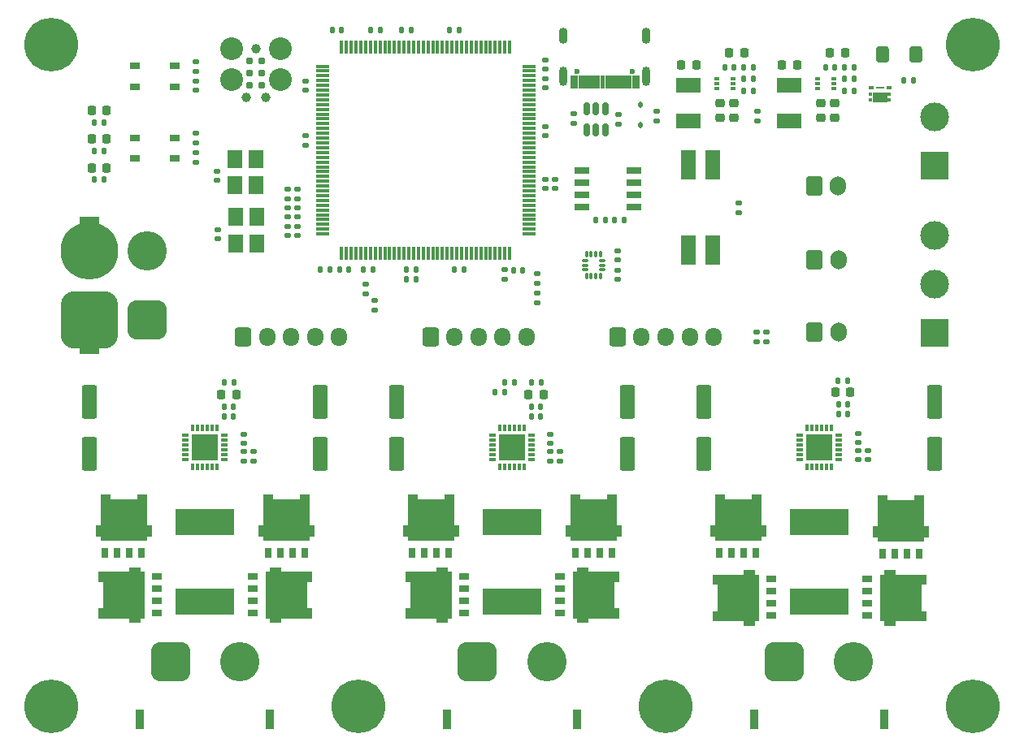
<source format=gbr>
%TF.GenerationSoftware,KiCad,Pcbnew,7.0.1*%
%TF.CreationDate,2023-07-17T00:52:35+01:00*%
%TF.ProjectId,Motor Driver Board,4d6f746f-7220-4447-9269-76657220426f,rev?*%
%TF.SameCoordinates,Original*%
%TF.FileFunction,Soldermask,Top*%
%TF.FilePolarity,Negative*%
%FSLAX46Y46*%
G04 Gerber Fmt 4.6, Leading zero omitted, Abs format (unit mm)*
G04 Created by KiCad (PCBNEW 7.0.1) date 2023-07-17 00:52:35*
%MOMM*%
%LPD*%
G01*
G04 APERTURE LIST*
G04 Aperture macros list*
%AMRoundRect*
0 Rectangle with rounded corners*
0 $1 Rounding radius*
0 $2 $3 $4 $5 $6 $7 $8 $9 X,Y pos of 4 corners*
0 Add a 4 corners polygon primitive as box body*
4,1,4,$2,$3,$4,$5,$6,$7,$8,$9,$2,$3,0*
0 Add four circle primitives for the rounded corners*
1,1,$1+$1,$2,$3*
1,1,$1+$1,$4,$5*
1,1,$1+$1,$6,$7*
1,1,$1+$1,$8,$9*
0 Add four rect primitives between the rounded corners*
20,1,$1+$1,$2,$3,$4,$5,0*
20,1,$1+$1,$4,$5,$6,$7,0*
20,1,$1+$1,$6,$7,$8,$9,0*
20,1,$1+$1,$8,$9,$2,$3,0*%
G04 Aperture macros list end*
%ADD10C,0.010000*%
%ADD11RoundRect,0.140000X-0.170000X0.140000X-0.170000X-0.140000X0.170000X-0.140000X0.170000X0.140000X0*%
%ADD12RoundRect,0.140000X0.170000X-0.140000X0.170000X0.140000X-0.170000X0.140000X-0.170000X-0.140000X0*%
%ADD13RoundRect,0.135000X-0.185000X0.135000X-0.185000X-0.135000X0.185000X-0.135000X0.185000X0.135000X0*%
%ADD14RoundRect,0.140000X0.140000X0.170000X-0.140000X0.170000X-0.140000X-0.170000X0.140000X-0.170000X0*%
%ADD15R,6.200000X2.700000*%
%ADD16RoundRect,0.250000X0.550000X-1.500000X0.550000X1.500000X-0.550000X1.500000X-0.550000X-1.500000X0*%
%ADD17RoundRect,0.250000X-0.600000X-0.750000X0.600000X-0.750000X0.600000X0.750000X-0.600000X0.750000X0*%
%ADD18O,1.700000X2.000000*%
%ADD19RoundRect,0.250000X-0.600000X-0.725000X0.600000X-0.725000X0.600000X0.725000X-0.600000X0.725000X0*%
%ADD20O,1.700000X1.950000*%
%ADD21C,5.600000*%
%ADD22RoundRect,0.135000X-0.135000X-0.185000X0.135000X-0.185000X0.135000X0.185000X-0.135000X0.185000X0*%
%ADD23RoundRect,0.218750X0.218750X0.256250X-0.218750X0.256250X-0.218750X-0.256250X0.218750X-0.256250X0*%
%ADD24RoundRect,0.135000X0.135000X0.185000X-0.135000X0.185000X-0.135000X-0.185000X0.135000X-0.185000X0*%
%ADD25R,1.050000X0.650000*%
%ADD26R,1.000000X0.750000*%
%ADD27R,2.500000X1.500000*%
%ADD28RoundRect,0.135000X0.185000X-0.135000X0.185000X0.135000X-0.185000X0.135000X-0.185000X-0.135000X0*%
%ADD29R,3.000000X3.000000*%
%ADD30C,3.000000*%
%ADD31R,0.750000X1.000000*%
%ADD32RoundRect,0.140000X-0.140000X-0.170000X0.140000X-0.170000X0.140000X0.170000X-0.140000X0.170000X0*%
%ADD33RoundRect,1.025000X1.025000X1.025000X-1.025000X1.025000X-1.025000X-1.025000X1.025000X-1.025000X0*%
%ADD34C,4.100000*%
%ADD35R,0.900000X2.000000*%
%ADD36C,0.600000*%
%ADD37O,0.900000X2.000000*%
%ADD38O,0.900000X1.700000*%
%ADD39R,0.800000X0.300000*%
%ADD40R,0.300000X0.800000*%
%ADD41R,2.800000X2.800000*%
%ADD42RoundRect,0.112500X-0.112500X0.187500X-0.112500X-0.187500X0.112500X-0.187500X0.112500X0.187500X0*%
%ADD43RoundRect,0.087500X0.087500X-0.225000X0.087500X0.225000X-0.087500X0.225000X-0.087500X-0.225000X0*%
%ADD44RoundRect,0.087500X0.225000X-0.087500X0.225000X0.087500X-0.225000X0.087500X-0.225000X-0.087500X0*%
%ADD45RoundRect,0.225000X0.250000X-0.225000X0.250000X0.225000X-0.250000X0.225000X-0.250000X-0.225000X0*%
%ADD46RoundRect,0.218750X-0.218750X-0.256250X0.218750X-0.256250X0.218750X0.256250X-0.218750X0.256250X0*%
%ADD47R,0.475000X0.300000*%
%ADD48RoundRect,1.025000X1.025000X-1.025000X1.025000X1.025000X-1.025000X1.025000X-1.025000X-1.025000X0*%
%ADD49R,2.000000X0.900000*%
%ADD50RoundRect,0.225000X-0.225000X-0.250000X0.225000X-0.250000X0.225000X0.250000X-0.225000X0.250000X0*%
%ADD51RoundRect,1.500000X1.500000X-1.500000X1.500000X1.500000X-1.500000X1.500000X-1.500000X-1.500000X0*%
%ADD52C,6.000000*%
%ADD53RoundRect,0.150000X0.150000X-0.512500X0.150000X0.512500X-0.150000X0.512500X-0.150000X-0.512500X0*%
%ADD54R,1.650000X1.950000*%
%ADD55R,0.350000X0.400000*%
%ADD56R,0.500000X0.400000*%
%ADD57R,0.920000X0.285000*%
%ADD58R,1.600000X1.050000*%
%ADD59R,1.600000X3.100000*%
%ADD60C,2.374900*%
%ADD61C,0.990600*%
%ADD62C,0.787400*%
%ADD63RoundRect,0.250000X-0.400000X-0.600000X0.400000X-0.600000X0.400000X0.600000X-0.400000X0.600000X0*%
%ADD64R,1.500000X0.650000*%
%ADD65R,1.475000X0.300000*%
%ADD66R,0.300000X1.475000*%
G04 APERTURE END LIST*
%TO.C,T402*%
D10*
X190895000Y-118255000D02*
X194095000Y-118255000D01*
X194095000Y-119205000D01*
X193620000Y-119205000D01*
X193620000Y-122065000D01*
X194095000Y-122065000D01*
X194095000Y-123015000D01*
X190895000Y-123015000D01*
X190895000Y-123510000D01*
X189790000Y-123510000D01*
X189790000Y-123015000D01*
X189365000Y-123015000D01*
X189365000Y-118255000D01*
X189790000Y-118255000D01*
X189790000Y-117760000D01*
X190895000Y-117760000D01*
X190895000Y-118255000D01*
G36*
X190895000Y-118255000D02*
G01*
X194095000Y-118255000D01*
X194095000Y-119205000D01*
X193620000Y-119205000D01*
X193620000Y-122065000D01*
X194095000Y-122065000D01*
X194095000Y-123015000D01*
X190895000Y-123015000D01*
X190895000Y-123510000D01*
X189790000Y-123510000D01*
X189790000Y-123015000D01*
X189365000Y-123015000D01*
X189365000Y-118255000D01*
X189790000Y-118255000D01*
X189790000Y-117760000D01*
X190895000Y-117760000D01*
X190895000Y-118255000D01*
G37*
%TO.C,T401*%
X190055000Y-110492500D02*
X192915000Y-110492500D01*
X192915000Y-110017500D01*
X193865000Y-110017500D01*
X193865000Y-113217500D01*
X194360000Y-113217500D01*
X194360000Y-114322500D01*
X193865000Y-114322500D01*
X193865000Y-114747500D01*
X189105000Y-114747500D01*
X189105000Y-114322500D01*
X188610000Y-114322500D01*
X188610000Y-113217500D01*
X189105000Y-113217500D01*
X189105000Y-110017500D01*
X190055000Y-110017500D01*
X190055000Y-110492500D01*
G36*
X190055000Y-110492500D02*
G01*
X192915000Y-110492500D01*
X192915000Y-110017500D01*
X193865000Y-110017500D01*
X193865000Y-113217500D01*
X194360000Y-113217500D01*
X194360000Y-114322500D01*
X193865000Y-114322500D01*
X193865000Y-114747500D01*
X189105000Y-114747500D01*
X189105000Y-114322500D01*
X188610000Y-114322500D01*
X188610000Y-113217500D01*
X189105000Y-113217500D01*
X189105000Y-110017500D01*
X190055000Y-110017500D01*
X190055000Y-110492500D01*
G37*
%TO.C,T404*%
X173085000Y-110380000D02*
X175945000Y-110380000D01*
X175945000Y-109905000D01*
X176895000Y-109905000D01*
X176895000Y-113105000D01*
X177390000Y-113105000D01*
X177390000Y-114210000D01*
X176895000Y-114210000D01*
X176895000Y-114635000D01*
X172135000Y-114635000D01*
X172135000Y-114210000D01*
X171640000Y-114210000D01*
X171640000Y-113105000D01*
X172135000Y-113105000D01*
X172135000Y-109905000D01*
X173085000Y-109905000D01*
X173085000Y-110380000D01*
G36*
X173085000Y-110380000D02*
G01*
X175945000Y-110380000D01*
X175945000Y-109905000D01*
X176895000Y-109905000D01*
X176895000Y-113105000D01*
X177390000Y-113105000D01*
X177390000Y-114210000D01*
X176895000Y-114210000D01*
X176895000Y-114635000D01*
X172135000Y-114635000D01*
X172135000Y-114210000D01*
X171640000Y-114210000D01*
X171640000Y-113105000D01*
X172135000Y-113105000D01*
X172135000Y-109905000D01*
X173085000Y-109905000D01*
X173085000Y-110380000D01*
G37*
%TO.C,T406*%
X126895000Y-117985000D02*
X130095000Y-117985000D01*
X130095000Y-118935000D01*
X129620000Y-118935000D01*
X129620000Y-121795000D01*
X130095000Y-121795000D01*
X130095000Y-122745000D01*
X126895000Y-122745000D01*
X126895000Y-123240000D01*
X125790000Y-123240000D01*
X125790000Y-122745000D01*
X125365000Y-122745000D01*
X125365000Y-117985000D01*
X125790000Y-117985000D01*
X125790000Y-117490000D01*
X126895000Y-117490000D01*
X126895000Y-117985000D01*
G36*
X126895000Y-117985000D02*
G01*
X130095000Y-117985000D01*
X130095000Y-118935000D01*
X129620000Y-118935000D01*
X129620000Y-121795000D01*
X130095000Y-121795000D01*
X130095000Y-122745000D01*
X126895000Y-122745000D01*
X126895000Y-123240000D01*
X125790000Y-123240000D01*
X125790000Y-122745000D01*
X125365000Y-122745000D01*
X125365000Y-117985000D01*
X125790000Y-117985000D01*
X125790000Y-117490000D01*
X126895000Y-117490000D01*
X126895000Y-117985000D01*
G37*
%TO.C,J303*%
X164200000Y-67470000D02*
X163500000Y-67470000D01*
X163500000Y-66230000D01*
X164200000Y-66230000D01*
X164200000Y-67470000D01*
G36*
X164200000Y-67470000D02*
G01*
X163500000Y-67470000D01*
X163500000Y-66230000D01*
X164200000Y-66230000D01*
X164200000Y-67470000D01*
G37*
X163400000Y-67470000D02*
X162700000Y-67470000D01*
X162700000Y-66230000D01*
X163400000Y-66230000D01*
X163400000Y-67470000D01*
G36*
X163400000Y-67470000D02*
G01*
X162700000Y-67470000D01*
X162700000Y-66230000D01*
X163400000Y-66230000D01*
X163400000Y-67470000D01*
G37*
X162600000Y-67470000D02*
X162200000Y-67470000D01*
X162200000Y-66230000D01*
X162600000Y-66230000D01*
X162600000Y-67470000D01*
G36*
X162600000Y-67470000D02*
G01*
X162200000Y-67470000D01*
X162200000Y-66230000D01*
X162600000Y-66230000D01*
X162600000Y-67470000D01*
G37*
X162100000Y-67470000D02*
X161700000Y-67470000D01*
X161700000Y-66230000D01*
X162100000Y-66230000D01*
X162100000Y-67470000D01*
G36*
X162100000Y-67470000D02*
G01*
X161700000Y-67470000D01*
X161700000Y-66230000D01*
X162100000Y-66230000D01*
X162100000Y-67470000D01*
G37*
X161600000Y-67470000D02*
X161200000Y-67470000D01*
X161200000Y-66230000D01*
X161600000Y-66230000D01*
X161600000Y-67470000D01*
G36*
X161600000Y-67470000D02*
G01*
X161200000Y-67470000D01*
X161200000Y-66230000D01*
X161600000Y-66230000D01*
X161600000Y-67470000D01*
G37*
X161100000Y-67470000D02*
X160700000Y-67470000D01*
X160700000Y-66230000D01*
X161100000Y-66230000D01*
X161100000Y-67470000D01*
G36*
X161100000Y-67470000D02*
G01*
X160700000Y-67470000D01*
X160700000Y-66230000D01*
X161100000Y-66230000D01*
X161100000Y-67470000D01*
G37*
X160600000Y-67470000D02*
X160200000Y-67470000D01*
X160200000Y-66230000D01*
X160600000Y-66230000D01*
X160600000Y-67470000D01*
G36*
X160600000Y-67470000D02*
G01*
X160200000Y-67470000D01*
X160200000Y-66230000D01*
X160600000Y-66230000D01*
X160600000Y-67470000D01*
G37*
X160100000Y-67470000D02*
X159700000Y-67470000D01*
X159700000Y-66230000D01*
X160100000Y-66230000D01*
X160100000Y-67470000D01*
G36*
X160100000Y-67470000D02*
G01*
X159700000Y-67470000D01*
X159700000Y-66230000D01*
X160100000Y-66230000D01*
X160100000Y-67470000D01*
G37*
X159600000Y-67470000D02*
X159200000Y-67470000D01*
X159200000Y-66230000D01*
X159600000Y-66230000D01*
X159600000Y-67470000D01*
G36*
X159600000Y-67470000D02*
G01*
X159200000Y-67470000D01*
X159200000Y-66230000D01*
X159600000Y-66230000D01*
X159600000Y-67470000D01*
G37*
X159100000Y-67470000D02*
X158700000Y-67470000D01*
X158700000Y-66230000D01*
X159100000Y-66230000D01*
X159100000Y-67470000D01*
G36*
X159100000Y-67470000D02*
G01*
X158700000Y-67470000D01*
X158700000Y-66230000D01*
X159100000Y-66230000D01*
X159100000Y-67470000D01*
G37*
X158600000Y-67470000D02*
X157900000Y-67470000D01*
X157900000Y-66230000D01*
X158600000Y-66230000D01*
X158600000Y-67470000D01*
G36*
X158600000Y-67470000D02*
G01*
X157900000Y-67470000D01*
X157900000Y-66230000D01*
X158600000Y-66230000D01*
X158600000Y-67470000D01*
G37*
X157800000Y-67470000D02*
X157100000Y-67470000D01*
X157100000Y-66230000D01*
X157800000Y-66230000D01*
X157800000Y-67470000D01*
G36*
X157800000Y-67470000D02*
G01*
X157100000Y-67470000D01*
X157100000Y-66230000D01*
X157800000Y-66230000D01*
X157800000Y-67470000D01*
G37*
%TO.C,T403*%
X176210000Y-118255000D02*
X176635000Y-118255000D01*
X176635000Y-123015000D01*
X176210000Y-123015000D01*
X176210000Y-123510000D01*
X175105000Y-123510000D01*
X175105000Y-123015000D01*
X171905000Y-123015000D01*
X171905000Y-122065000D01*
X172380000Y-122065000D01*
X172380000Y-119205000D01*
X171905000Y-119205000D01*
X171905000Y-118255000D01*
X175105000Y-118255000D01*
X175105000Y-117760000D01*
X176210000Y-117760000D01*
X176210000Y-118255000D01*
G36*
X176210000Y-118255000D02*
G01*
X176635000Y-118255000D01*
X176635000Y-123015000D01*
X176210000Y-123015000D01*
X176210000Y-123510000D01*
X175105000Y-123510000D01*
X175105000Y-123015000D01*
X171905000Y-123015000D01*
X171905000Y-122065000D01*
X172380000Y-122065000D01*
X172380000Y-119205000D01*
X171905000Y-119205000D01*
X171905000Y-118255000D01*
X175105000Y-118255000D01*
X175105000Y-117760000D01*
X176210000Y-117760000D01*
X176210000Y-118255000D01*
G37*
%TO.C,T411*%
X144210000Y-117985000D02*
X144635000Y-117985000D01*
X144635000Y-122745000D01*
X144210000Y-122745000D01*
X144210000Y-123240000D01*
X143105000Y-123240000D01*
X143105000Y-122745000D01*
X139905000Y-122745000D01*
X139905000Y-121795000D01*
X140380000Y-121795000D01*
X140380000Y-118935000D01*
X139905000Y-118935000D01*
X139905000Y-117985000D01*
X143105000Y-117985000D01*
X143105000Y-117490000D01*
X144210000Y-117490000D01*
X144210000Y-117985000D01*
G36*
X144210000Y-117985000D02*
G01*
X144635000Y-117985000D01*
X144635000Y-122745000D01*
X144210000Y-122745000D01*
X144210000Y-123240000D01*
X143105000Y-123240000D01*
X143105000Y-122745000D01*
X139905000Y-122745000D01*
X139905000Y-121795000D01*
X140380000Y-121795000D01*
X140380000Y-118935000D01*
X139905000Y-118935000D01*
X139905000Y-117985000D01*
X143105000Y-117985000D01*
X143105000Y-117490000D01*
X144210000Y-117490000D01*
X144210000Y-117985000D01*
G37*
%TO.C,T408*%
X109085000Y-110380000D02*
X111945000Y-110380000D01*
X111945000Y-109905000D01*
X112895000Y-109905000D01*
X112895000Y-113105000D01*
X113390000Y-113105000D01*
X113390000Y-114210000D01*
X112895000Y-114210000D01*
X112895000Y-114635000D01*
X108135000Y-114635000D01*
X108135000Y-114210000D01*
X107640000Y-114210000D01*
X107640000Y-113105000D01*
X108135000Y-113105000D01*
X108135000Y-109905000D01*
X109085000Y-109905000D01*
X109085000Y-110380000D01*
G36*
X109085000Y-110380000D02*
G01*
X111945000Y-110380000D01*
X111945000Y-109905000D01*
X112895000Y-109905000D01*
X112895000Y-113105000D01*
X113390000Y-113105000D01*
X113390000Y-114210000D01*
X112895000Y-114210000D01*
X112895000Y-114635000D01*
X108135000Y-114635000D01*
X108135000Y-114210000D01*
X107640000Y-114210000D01*
X107640000Y-113105000D01*
X108135000Y-113105000D01*
X108135000Y-109905000D01*
X109085000Y-109905000D01*
X109085000Y-110380000D01*
G37*
%TO.C,T412*%
X141095000Y-110380000D02*
X143955000Y-110380000D01*
X143955000Y-109905000D01*
X144905000Y-109905000D01*
X144905000Y-113105000D01*
X145400000Y-113105000D01*
X145400000Y-114210000D01*
X144905000Y-114210000D01*
X144905000Y-114635000D01*
X140145000Y-114635000D01*
X140145000Y-114210000D01*
X139650000Y-114210000D01*
X139650000Y-113105000D01*
X140145000Y-113105000D01*
X140145000Y-109905000D01*
X141095000Y-109905000D01*
X141095000Y-110380000D01*
G36*
X141095000Y-110380000D02*
G01*
X143955000Y-110380000D01*
X143955000Y-109905000D01*
X144905000Y-109905000D01*
X144905000Y-113105000D01*
X145400000Y-113105000D01*
X145400000Y-114210000D01*
X144905000Y-114210000D01*
X144905000Y-114635000D01*
X140145000Y-114635000D01*
X140145000Y-114210000D01*
X139650000Y-114210000D01*
X139650000Y-113105000D01*
X140145000Y-113105000D01*
X140145000Y-109905000D01*
X141095000Y-109905000D01*
X141095000Y-110380000D01*
G37*
%TO.C,T407*%
X112210000Y-117985000D02*
X112635000Y-117985000D01*
X112635000Y-122745000D01*
X112210000Y-122745000D01*
X112210000Y-123240000D01*
X111105000Y-123240000D01*
X111105000Y-122745000D01*
X107905000Y-122745000D01*
X107905000Y-121795000D01*
X108380000Y-121795000D01*
X108380000Y-118935000D01*
X107905000Y-118935000D01*
X107905000Y-117985000D01*
X111105000Y-117985000D01*
X111105000Y-117490000D01*
X112210000Y-117490000D01*
X112210000Y-117985000D01*
G36*
X112210000Y-117985000D02*
G01*
X112635000Y-117985000D01*
X112635000Y-122745000D01*
X112210000Y-122745000D01*
X112210000Y-123240000D01*
X111105000Y-123240000D01*
X111105000Y-122745000D01*
X107905000Y-122745000D01*
X107905000Y-121795000D01*
X108380000Y-121795000D01*
X108380000Y-118935000D01*
X107905000Y-118935000D01*
X107905000Y-117985000D01*
X111105000Y-117985000D01*
X111105000Y-117490000D01*
X112210000Y-117490000D01*
X112210000Y-117985000D01*
G37*
%TO.C,T410*%
X158895000Y-117985000D02*
X162095000Y-117985000D01*
X162095000Y-118935000D01*
X161620000Y-118935000D01*
X161620000Y-121795000D01*
X162095000Y-121795000D01*
X162095000Y-122745000D01*
X158895000Y-122745000D01*
X158895000Y-123240000D01*
X157790000Y-123240000D01*
X157790000Y-122745000D01*
X157365000Y-122745000D01*
X157365000Y-117985000D01*
X157790000Y-117985000D01*
X157790000Y-117490000D01*
X158895000Y-117490000D01*
X158895000Y-117985000D01*
G36*
X158895000Y-117985000D02*
G01*
X162095000Y-117985000D01*
X162095000Y-118935000D01*
X161620000Y-118935000D01*
X161620000Y-121795000D01*
X162095000Y-121795000D01*
X162095000Y-122745000D01*
X158895000Y-122745000D01*
X158895000Y-123240000D01*
X157790000Y-123240000D01*
X157790000Y-122745000D01*
X157365000Y-122745000D01*
X157365000Y-117985000D01*
X157790000Y-117985000D01*
X157790000Y-117490000D01*
X158895000Y-117490000D01*
X158895000Y-117985000D01*
G37*
%TO.C,T409*%
X158055000Y-110380000D02*
X160915000Y-110380000D01*
X160915000Y-109905000D01*
X161865000Y-109905000D01*
X161865000Y-113105000D01*
X162360000Y-113105000D01*
X162360000Y-114210000D01*
X161865000Y-114210000D01*
X161865000Y-114635000D01*
X157105000Y-114635000D01*
X157105000Y-114210000D01*
X156610000Y-114210000D01*
X156610000Y-113105000D01*
X157105000Y-113105000D01*
X157105000Y-109905000D01*
X158055000Y-109905000D01*
X158055000Y-110380000D01*
G36*
X158055000Y-110380000D02*
G01*
X160915000Y-110380000D01*
X160915000Y-109905000D01*
X161865000Y-109905000D01*
X161865000Y-113105000D01*
X162360000Y-113105000D01*
X162360000Y-114210000D01*
X161865000Y-114210000D01*
X161865000Y-114635000D01*
X157105000Y-114635000D01*
X157105000Y-114210000D01*
X156610000Y-114210000D01*
X156610000Y-113105000D01*
X157105000Y-113105000D01*
X157105000Y-109905000D01*
X158055000Y-109905000D01*
X158055000Y-110380000D01*
G37*
%TO.C,T405*%
X126055000Y-110380000D02*
X128915000Y-110380000D01*
X128915000Y-109905000D01*
X129865000Y-109905000D01*
X129865000Y-113105000D01*
X130360000Y-113105000D01*
X130360000Y-114210000D01*
X129865000Y-114210000D01*
X129865000Y-114635000D01*
X125105000Y-114635000D01*
X125105000Y-114210000D01*
X124610000Y-114210000D01*
X124610000Y-113105000D01*
X125105000Y-113105000D01*
X125105000Y-109905000D01*
X126055000Y-109905000D01*
X126055000Y-110380000D01*
G36*
X126055000Y-110380000D02*
G01*
X128915000Y-110380000D01*
X128915000Y-109905000D01*
X129865000Y-109905000D01*
X129865000Y-113105000D01*
X130360000Y-113105000D01*
X130360000Y-114210000D01*
X129865000Y-114210000D01*
X129865000Y-114635000D01*
X125105000Y-114635000D01*
X125105000Y-114210000D01*
X124610000Y-114210000D01*
X124610000Y-113105000D01*
X125105000Y-113105000D01*
X125105000Y-109905000D01*
X126055000Y-109905000D01*
X126055000Y-110380000D01*
G37*
%TD*%
D11*
%TO.C,C315*%
X154500000Y-71520000D03*
X154500000Y-72480000D03*
%TD*%
D12*
%TO.C,C307*%
X127659000Y-80990000D03*
X127659000Y-80030000D03*
%TD*%
D13*
%TO.C,R403*%
X177500000Y-92990000D03*
X177500000Y-94010000D03*
%TD*%
D14*
%TO.C,C313*%
X133980000Y-86500000D03*
X133020000Y-86500000D03*
%TD*%
D15*
%TO.C,R412*%
X151000000Y-112750000D03*
X151000000Y-121050000D03*
%TD*%
D16*
%TO.C,C417*%
X163000000Y-105700000D03*
X163000000Y-100300000D03*
%TD*%
D17*
%TO.C,J201*%
X182500000Y-92975000D03*
D18*
X185000000Y-92975000D03*
%TD*%
D19*
%TO.C,J406*%
X142500000Y-93500000D03*
D20*
X145000000Y-93500000D03*
X147500000Y-93500000D03*
X150000000Y-93500000D03*
X152500000Y-93500000D03*
%TD*%
D11*
%TO.C,C415*%
X155000000Y-103640000D03*
X155000000Y-104600000D03*
%TD*%
%TO.C,C310*%
X154500000Y-64620000D03*
X154500000Y-65580000D03*
%TD*%
D12*
%TO.C,C412*%
X188100000Y-106300000D03*
X188100000Y-105340000D03*
%TD*%
%TO.C,C317*%
X129500000Y-67750000D03*
X129500000Y-66790000D03*
%TD*%
D21*
%TO.C,H106*%
X167000000Y-132000000D03*
%TD*%
D14*
%TO.C,C323*%
X145980000Y-86500000D03*
X145020000Y-86500000D03*
%TD*%
D22*
%TO.C,R308*%
X136250000Y-61500000D03*
X137270000Y-61500000D03*
%TD*%
D23*
%TO.C,D401*%
X186250000Y-99250000D03*
X184675000Y-99250000D03*
%TD*%
D13*
%TO.C,R309*%
X162100000Y-70290000D03*
X162100000Y-71310000D03*
%TD*%
D24*
%TO.C,R205*%
X176180000Y-65350000D03*
X175160000Y-65350000D03*
%TD*%
D25*
%TO.C,S304*%
X111725000Y-65225000D03*
X115875000Y-65225000D03*
X111725000Y-67375000D03*
X115875000Y-67375000D03*
%TD*%
D13*
%TO.C,R316*%
X153600000Y-86890000D03*
X153600000Y-87910000D03*
%TD*%
D24*
%TO.C,R406*%
X136510000Y-86500000D03*
X135490000Y-86500000D03*
%TD*%
D16*
%TO.C,C421*%
X139000000Y-105700000D03*
X139000000Y-100300000D03*
%TD*%
D24*
%TO.C,R411*%
X150258722Y-99257504D03*
X149238722Y-99257504D03*
%TD*%
D26*
%TO.C,T402*%
X188000000Y-118730000D03*
X188000000Y-120000000D03*
X188000000Y-121270000D03*
X188000000Y-122540000D03*
%TD*%
D27*
%TO.C,L201*%
X179900000Y-67250000D03*
X179900000Y-70950000D03*
%TD*%
D28*
%TO.C,R207*%
X166100000Y-70960000D03*
X166100000Y-69940000D03*
%TD*%
D11*
%TO.C,C316*%
X155500000Y-77020000D03*
X155500000Y-77980000D03*
%TD*%
D14*
%TO.C,C318*%
X140980000Y-86500000D03*
X140020000Y-86500000D03*
%TD*%
D29*
%TO.C,J302*%
X195000000Y-93080000D03*
D30*
X195000000Y-88000000D03*
X195000000Y-82920000D03*
%TD*%
D31*
%TO.C,T401*%
X189580000Y-116112500D03*
X190850000Y-116112500D03*
X192120000Y-116112500D03*
X193390000Y-116112500D03*
%TD*%
D24*
%TO.C,R303*%
X108510000Y-77100000D03*
X107490000Y-77100000D03*
%TD*%
D11*
%TO.C,C328*%
X118050000Y-66820000D03*
X118050000Y-67780000D03*
%TD*%
D31*
%TO.C,T404*%
X172610000Y-116000000D03*
X173880000Y-116000000D03*
X175150000Y-116000000D03*
X176420000Y-116000000D03*
%TD*%
D28*
%TO.C,FB301*%
X127659000Y-79100000D03*
X127659000Y-78080000D03*
%TD*%
D13*
%TO.C,R307*%
X174600000Y-79490000D03*
X174600000Y-80510000D03*
%TD*%
D23*
%TO.C,D402*%
X122287500Y-99500000D03*
X120712500Y-99500000D03*
%TD*%
D12*
%TO.C,C416*%
X155000000Y-106400000D03*
X155000000Y-105440000D03*
%TD*%
%TO.C,C411*%
X124100000Y-106400000D03*
X124100000Y-105440000D03*
%TD*%
D26*
%TO.C,T406*%
X124000000Y-118460000D03*
X124000000Y-119730000D03*
X124000000Y-121000000D03*
X124000000Y-122270000D03*
%TD*%
D14*
%TO.C,C314*%
X133260000Y-61500000D03*
X132300000Y-61500000D03*
%TD*%
D32*
%TO.C,C204*%
X183670000Y-65350000D03*
X184630000Y-65350000D03*
%TD*%
D33*
%TO.C,J404*%
X147400000Y-127350000D03*
D34*
X154600000Y-127350000D03*
D35*
X144250000Y-133350000D03*
X157750000Y-133350000D03*
%TD*%
D36*
%TO.C,J303*%
X163540000Y-65780000D03*
X157760000Y-65780000D03*
D37*
X164975000Y-66270000D03*
X156325000Y-66270000D03*
D38*
X164975000Y-62100000D03*
X156325000Y-62100000D03*
%TD*%
D22*
%TO.C,R409*%
X153010000Y-98250000D03*
X154030000Y-98250000D03*
%TD*%
D32*
%TO.C,C205*%
X185670000Y-67850000D03*
X186630000Y-67850000D03*
%TD*%
D39*
%TO.C,U402*%
X121000000Y-106250000D03*
X121000000Y-105750000D03*
X121000000Y-105250000D03*
X121000000Y-104750000D03*
X121000000Y-104250000D03*
X121000000Y-103750000D03*
D40*
X120250000Y-103000000D03*
X119750000Y-103000000D03*
X119250000Y-103000000D03*
X118750000Y-103000000D03*
X118250000Y-103000000D03*
X117750000Y-103000000D03*
D39*
X117000000Y-103750000D03*
X117000000Y-104250000D03*
X117000000Y-104750000D03*
X117000000Y-105250000D03*
X117000000Y-105750000D03*
X117000000Y-106250000D03*
D40*
X117750000Y-107000000D03*
X118250000Y-107000000D03*
X118750000Y-107000000D03*
X119250000Y-107000000D03*
X119750000Y-107000000D03*
X120250000Y-107000000D03*
D41*
X119000000Y-105000000D03*
%TD*%
D22*
%TO.C,R401*%
X184952500Y-98060000D03*
X185972500Y-98060000D03*
%TD*%
D42*
%TO.C,D304*%
X164400000Y-69250000D03*
X164400000Y-71350000D03*
%TD*%
D26*
%TO.C,T403*%
X178000000Y-122540000D03*
X178000000Y-121270000D03*
X178000000Y-120000000D03*
X178000000Y-118730000D03*
%TD*%
%TO.C,T411*%
X146000000Y-122270000D03*
X146000000Y-121000000D03*
X146000000Y-119730000D03*
X146000000Y-118460000D03*
%TD*%
D16*
%TO.C,C410*%
X195000000Y-105700000D03*
X195000000Y-100300000D03*
%TD*%
D11*
%TO.C,C405*%
X187100000Y-103540000D03*
X187100000Y-104500000D03*
%TD*%
D43*
%TO.C,U302*%
X158750000Y-87162500D03*
X159250000Y-87162500D03*
X159750000Y-87162500D03*
X160250000Y-87162500D03*
D44*
X160412500Y-86500000D03*
X160412500Y-86000000D03*
X160412500Y-85500000D03*
D43*
X160250000Y-84837500D03*
X159750000Y-84837500D03*
X159250000Y-84837500D03*
X158750000Y-84837500D03*
D44*
X158587500Y-85500000D03*
X158587500Y-86000000D03*
X158587500Y-86500000D03*
%TD*%
D12*
%TO.C,C302*%
X120325000Y-83280000D03*
X120325000Y-82320000D03*
%TD*%
D24*
%TO.C,R203*%
X186680000Y-65350000D03*
X185660000Y-65350000D03*
%TD*%
D11*
%TO.C,C303*%
X118050000Y-74300000D03*
X118050000Y-75260000D03*
%TD*%
D22*
%TO.C,R402*%
X120990000Y-98250000D03*
X122010000Y-98250000D03*
%TD*%
D17*
%TO.C,J204*%
X182475000Y-77775000D03*
D18*
X184975000Y-77775000D03*
%TD*%
D32*
%TO.C,C319*%
X144520000Y-61500000D03*
X145480000Y-61500000D03*
%TD*%
%TO.C,C308*%
X139520000Y-61500000D03*
X140480000Y-61500000D03*
%TD*%
D11*
%TO.C,C327*%
X162000000Y-84520000D03*
X162000000Y-85480000D03*
%TD*%
D45*
%TO.C,C208*%
X174150000Y-70625000D03*
X174150000Y-69075000D03*
%TD*%
D12*
%TO.C,C407*%
X187100000Y-106300000D03*
X187100000Y-105340000D03*
%TD*%
D46*
%TO.C,D303*%
X107212500Y-75850000D03*
X108787500Y-75850000D03*
%TD*%
D12*
%TO.C,C312*%
X129500000Y-73480000D03*
X129500000Y-72520000D03*
%TD*%
D32*
%TO.C,C203*%
X173170000Y-65350000D03*
X174130000Y-65350000D03*
%TD*%
D19*
%TO.C,J409*%
X123000000Y-93500000D03*
D20*
X125500000Y-93500000D03*
X128000000Y-93500000D03*
X130500000Y-93500000D03*
X133000000Y-93500000D03*
%TD*%
D17*
%TO.C,J203*%
X182500000Y-85400000D03*
D18*
X185000000Y-85400000D03*
%TD*%
D28*
%TO.C,R304*%
X118050000Y-73280000D03*
X118050000Y-72260000D03*
%TD*%
D24*
%TO.C,R404*%
X132010000Y-86500000D03*
X130990000Y-86500000D03*
%TD*%
D32*
%TO.C,C413*%
X153040000Y-101750000D03*
X154000000Y-101750000D03*
%TD*%
D46*
%TO.C,D301*%
X107212500Y-72850000D03*
X108787500Y-72850000D03*
%TD*%
D32*
%TO.C,C404*%
X121020000Y-100750000D03*
X121980000Y-100750000D03*
%TD*%
D46*
%TO.C,D302*%
X107212500Y-69850000D03*
X108787500Y-69850000D03*
%TD*%
D32*
%TO.C,C206*%
X175170000Y-67850000D03*
X176130000Y-67850000D03*
%TD*%
D19*
%TO.C,J407*%
X162000000Y-93500000D03*
D20*
X164500000Y-93500000D03*
X167000000Y-93500000D03*
X169500000Y-93500000D03*
X172000000Y-93500000D03*
%TD*%
D45*
%TO.C,C210*%
X172650000Y-70625000D03*
X172650000Y-69075000D03*
%TD*%
D31*
%TO.C,T408*%
X108610000Y-116000000D03*
X109880000Y-116000000D03*
X111150000Y-116000000D03*
X112420000Y-116000000D03*
%TD*%
D11*
%TO.C,C320*%
X154500000Y-77020000D03*
X154500000Y-77980000D03*
%TD*%
D32*
%TO.C,C402*%
X121020000Y-101750000D03*
X121980000Y-101750000D03*
%TD*%
D15*
%TO.C,R408*%
X119000000Y-112750000D03*
X119000000Y-121050000D03*
%TD*%
D11*
%TO.C,C406*%
X123100000Y-103640000D03*
X123100000Y-104600000D03*
%TD*%
D24*
%TO.C,R301*%
X108510000Y-74100000D03*
X107490000Y-74100000D03*
%TD*%
D47*
%TO.C,IC201*%
X182812000Y-66600000D03*
X182812000Y-67100000D03*
X182812000Y-67600000D03*
X184488000Y-67600000D03*
X184488000Y-67100000D03*
X184488000Y-66600000D03*
%TD*%
D31*
%TO.C,T412*%
X140620000Y-116000000D03*
X141890000Y-116000000D03*
X143160000Y-116000000D03*
X144430000Y-116000000D03*
%TD*%
D28*
%TO.C,R315*%
X153600000Y-89910000D03*
X153600000Y-88890000D03*
%TD*%
D48*
%TO.C,J403*%
X113000000Y-91700000D03*
D34*
X113000000Y-84500000D03*
D49*
X107000000Y-94850000D03*
X107000000Y-81350000D03*
%TD*%
D26*
%TO.C,T407*%
X114000000Y-122270000D03*
X114000000Y-121000000D03*
X114000000Y-119730000D03*
X114000000Y-118460000D03*
%TD*%
D50*
%TO.C,C201*%
X173625000Y-63850000D03*
X175175000Y-63850000D03*
%TD*%
D13*
%TO.C,R310*%
X157400000Y-70190000D03*
X157400000Y-71210000D03*
%TD*%
D16*
%TO.C,C420*%
X107000000Y-105700000D03*
X107000000Y-100300000D03*
%TD*%
D12*
%TO.C,C306*%
X128659000Y-80990000D03*
X128659000Y-80030000D03*
%TD*%
D26*
%TO.C,T410*%
X156000000Y-118460000D03*
X156000000Y-119730000D03*
X156000000Y-121000000D03*
X156000000Y-122270000D03*
%TD*%
D39*
%TO.C,U401*%
X185000000Y-106250000D03*
X185000000Y-105750000D03*
X185000000Y-105250000D03*
X185000000Y-104750000D03*
X185000000Y-104250000D03*
X185000000Y-103750000D03*
D40*
X184250000Y-103000000D03*
X183750000Y-103000000D03*
X183250000Y-103000000D03*
X182750000Y-103000000D03*
X182250000Y-103000000D03*
X181750000Y-103000000D03*
D39*
X181000000Y-103750000D03*
X181000000Y-104250000D03*
X181000000Y-104750000D03*
X181000000Y-105250000D03*
X181000000Y-105750000D03*
X181000000Y-106250000D03*
D40*
X181750000Y-107000000D03*
X182250000Y-107000000D03*
X182750000Y-107000000D03*
X183250000Y-107000000D03*
X183750000Y-107000000D03*
X184250000Y-107000000D03*
D41*
X183000000Y-105000000D03*
%TD*%
D51*
%TO.C,J405*%
X107000000Y-91700000D03*
D52*
X107000000Y-84500000D03*
%TD*%
D31*
%TO.C,T409*%
X157580000Y-116000000D03*
X158850000Y-116000000D03*
X160120000Y-116000000D03*
X161390000Y-116000000D03*
%TD*%
D33*
%TO.C,J402*%
X115400000Y-127350000D03*
D34*
X122600000Y-127350000D03*
D35*
X112250000Y-133350000D03*
X125750000Y-133350000D03*
%TD*%
D24*
%TO.C,R311*%
X162710000Y-81300000D03*
X161690000Y-81300000D03*
%TD*%
D21*
%TO.C,H105*%
X135000000Y-132000000D03*
%TD*%
%TO.C,H101*%
X103000000Y-63000000D03*
%TD*%
D53*
%TO.C,U303*%
X158800000Y-71937500D03*
X159750000Y-71937500D03*
X160700000Y-71937500D03*
X160700000Y-69662500D03*
X159750000Y-69662500D03*
X158800000Y-69662500D03*
%TD*%
D22*
%TO.C,R410*%
X150238722Y-98257504D03*
X151258722Y-98257504D03*
%TD*%
D21*
%TO.C,H103*%
X199000000Y-63000000D03*
%TD*%
D11*
%TO.C,C301*%
X120300000Y-76220000D03*
X120300000Y-77180000D03*
%TD*%
D16*
%TO.C,C419*%
X171000000Y-105700000D03*
X171000000Y-100300000D03*
%TD*%
D54*
%TO.C,X302*%
X122125000Y-74925000D03*
X122125000Y-77675000D03*
X124325000Y-77675000D03*
X124325000Y-74925000D03*
%TD*%
D23*
%TO.C,D403*%
X154307500Y-99500000D03*
X152732500Y-99500000D03*
%TD*%
D12*
%TO.C,C326*%
X162000000Y-87480000D03*
X162000000Y-86520000D03*
%TD*%
D55*
%TO.C,Q201*%
X190325000Y-68800000D03*
X190325000Y-68150000D03*
D56*
X190250000Y-67500000D03*
X188450000Y-67500000D03*
D55*
X188375000Y-68150000D03*
X188375000Y-68800000D03*
D57*
X189350000Y-67500000D03*
D58*
X189350000Y-68475000D03*
%TD*%
D45*
%TO.C,C209*%
X183150000Y-70625000D03*
X183150000Y-69075000D03*
%TD*%
D59*
%TO.C,SW301*%
X169330000Y-84445000D03*
X171870000Y-84445000D03*
X171870000Y-75555000D03*
X169330000Y-75555000D03*
%TD*%
D28*
%TO.C,R317*%
X118050000Y-65810000D03*
X118050000Y-64790000D03*
%TD*%
D13*
%TO.C,R405*%
X176500000Y-92990000D03*
X176500000Y-94010000D03*
%TD*%
D32*
%TO.C,C414*%
X153040000Y-100750000D03*
X154000000Y-100750000D03*
%TD*%
D11*
%TO.C,C321*%
X150250000Y-86500000D03*
X150250000Y-87460000D03*
%TD*%
D22*
%TO.C,R313*%
X159690000Y-81300000D03*
X160710000Y-81300000D03*
%TD*%
D24*
%TO.C,R302*%
X108510000Y-71100000D03*
X107490000Y-71100000D03*
%TD*%
D28*
%TO.C,R206*%
X176600000Y-70960000D03*
X176600000Y-69940000D03*
%TD*%
D39*
%TO.C,U403*%
X153000000Y-106250000D03*
X153000000Y-105750000D03*
X153000000Y-105250000D03*
X153000000Y-104750000D03*
X153000000Y-104250000D03*
X153000000Y-103750000D03*
D40*
X152250000Y-103000000D03*
X151750000Y-103000000D03*
X151250000Y-103000000D03*
X150750000Y-103000000D03*
X150250000Y-103000000D03*
X149750000Y-103000000D03*
D39*
X149000000Y-103750000D03*
X149000000Y-104250000D03*
X149000000Y-104750000D03*
X149000000Y-105250000D03*
X149000000Y-105750000D03*
X149000000Y-106250000D03*
D40*
X149750000Y-107000000D03*
X150250000Y-107000000D03*
X150750000Y-107000000D03*
X151250000Y-107000000D03*
X151750000Y-107000000D03*
X152250000Y-107000000D03*
D41*
X151000000Y-105000000D03*
%TD*%
D15*
%TO.C,R407*%
X183000000Y-112750000D03*
X183000000Y-121050000D03*
%TD*%
D12*
%TO.C,C408*%
X123100000Y-106400000D03*
X123100000Y-105440000D03*
%TD*%
D31*
%TO.C,T405*%
X125580000Y-116000000D03*
X126850000Y-116000000D03*
X128120000Y-116000000D03*
X129390000Y-116000000D03*
%TD*%
D11*
%TO.C,C309*%
X128659000Y-81930000D03*
X128659000Y-82890000D03*
%TD*%
D47*
%TO.C,IC202*%
X172312000Y-66600000D03*
X172312000Y-67100000D03*
X172312000Y-67600000D03*
X173988000Y-67600000D03*
X173988000Y-67100000D03*
X173988000Y-66600000D03*
%TD*%
D21*
%TO.C,H102*%
X103000000Y-132000000D03*
%TD*%
D11*
%TO.C,C311*%
X127659000Y-81930000D03*
X127659000Y-82890000D03*
%TD*%
D16*
%TO.C,C409*%
X131000000Y-105700000D03*
X131000000Y-100300000D03*
%TD*%
D25*
%TO.C,S301*%
X111725000Y-72705000D03*
X115875000Y-72705000D03*
X111725000Y-74855000D03*
X115875000Y-74855000D03*
%TD*%
D21*
%TO.C,H104*%
X199000000Y-132000000D03*
%TD*%
D13*
%TO.C,R312*%
X135750000Y-87990000D03*
X135750000Y-89010000D03*
%TD*%
D27*
%TO.C,L202*%
X169400000Y-67250000D03*
X169400000Y-70950000D03*
%TD*%
D28*
%TO.C,R314*%
X136700000Y-90710000D03*
X136700000Y-89690000D03*
%TD*%
D45*
%TO.C,C207*%
X184650000Y-70625000D03*
X184650000Y-69075000D03*
%TD*%
D14*
%TO.C,C324*%
X140980000Y-87500000D03*
X140020000Y-87500000D03*
%TD*%
D32*
%TO.C,C403*%
X185020000Y-100500000D03*
X185980000Y-100500000D03*
%TD*%
D11*
%TO.C,C325*%
X154500000Y-66520000D03*
X154500000Y-67480000D03*
%TD*%
D32*
%TO.C,C322*%
X151150000Y-86520000D03*
X152110000Y-86520000D03*
%TD*%
D12*
%TO.C,C304*%
X128659000Y-79070000D03*
X128659000Y-78110000D03*
%TD*%
D23*
%TO.C,D202*%
X180687500Y-65100000D03*
X179112500Y-65100000D03*
%TD*%
D24*
%TO.C,R204*%
X176160000Y-66600000D03*
X175140000Y-66600000D03*
%TD*%
D60*
%TO.C,J301*%
X126840000Y-63460000D03*
D61*
X124300000Y-63460000D03*
D60*
X121760000Y-63460000D03*
X126840000Y-66635000D03*
X121760000Y-66635000D03*
D61*
X125316000Y-68540000D03*
X123284000Y-68540000D03*
D62*
X123665000Y-64730000D03*
X124935000Y-64730000D03*
X123665000Y-66000000D03*
X124935000Y-66000000D03*
X123665000Y-67270000D03*
X124935000Y-67270000D03*
%TD*%
D63*
%TO.C,D201*%
X189600000Y-64000000D03*
X193100000Y-64000000D03*
%TD*%
D12*
%TO.C,C418*%
X156000000Y-106400000D03*
X156000000Y-105440000D03*
%TD*%
D29*
%TO.C,J202*%
X195000000Y-75640000D03*
D30*
X195000000Y-70560000D03*
%TD*%
D22*
%TO.C,R201*%
X191780000Y-66690000D03*
X192800000Y-66690000D03*
%TD*%
D23*
%TO.C,D203*%
X170187500Y-65100000D03*
X168612500Y-65100000D03*
%TD*%
D54*
%TO.C,X301*%
X122200000Y-80975000D03*
X122200000Y-83725000D03*
X124400000Y-83725000D03*
X124400000Y-80975000D03*
%TD*%
D50*
%TO.C,C202*%
X184125000Y-63850000D03*
X185675000Y-63850000D03*
%TD*%
D24*
%TO.C,R202*%
X186660000Y-66600000D03*
X185640000Y-66600000D03*
%TD*%
D64*
%TO.C,IC301*%
X158300000Y-76095000D03*
X158300000Y-77365000D03*
X158300000Y-78635000D03*
X158300000Y-79905000D03*
X163700000Y-79905000D03*
X163700000Y-78635000D03*
X163700000Y-77365000D03*
X163700000Y-76095000D03*
%TD*%
D65*
%TO.C,IC302*%
X131262000Y-65250000D03*
X131262000Y-65750000D03*
X131262000Y-66250000D03*
X131262000Y-66750000D03*
X131262000Y-67250000D03*
X131262000Y-67750000D03*
X131262000Y-68250000D03*
X131262000Y-68750000D03*
X131262000Y-69250000D03*
X131262000Y-69750000D03*
X131262000Y-70250000D03*
X131262000Y-70750000D03*
X131262000Y-71250000D03*
X131262000Y-71750000D03*
X131262000Y-72250000D03*
X131262000Y-72750000D03*
X131262000Y-73250000D03*
X131262000Y-73750000D03*
X131262000Y-74250000D03*
X131262000Y-74750000D03*
X131262000Y-75250000D03*
X131262000Y-75750000D03*
X131262000Y-76250000D03*
X131262000Y-76750000D03*
X131262000Y-77250000D03*
X131262000Y-77750000D03*
X131262000Y-78250000D03*
X131262000Y-78750000D03*
X131262000Y-79250000D03*
X131262000Y-79750000D03*
X131262000Y-80250000D03*
X131262000Y-80750000D03*
X131262000Y-81250000D03*
X131262000Y-81750000D03*
X131262000Y-82250000D03*
X131262000Y-82750000D03*
D66*
X133250000Y-84738000D03*
X133750000Y-84738000D03*
X134250000Y-84738000D03*
X134750000Y-84738000D03*
X135250000Y-84738000D03*
X135750000Y-84738000D03*
X136250000Y-84738000D03*
X136750000Y-84738000D03*
X137250000Y-84738000D03*
X137750000Y-84738000D03*
X138250000Y-84738000D03*
X138750000Y-84738000D03*
X139250000Y-84738000D03*
X139750000Y-84738000D03*
X140250000Y-84738000D03*
X140750000Y-84738000D03*
X141250000Y-84738000D03*
X141750000Y-84738000D03*
X142250000Y-84738000D03*
X142750000Y-84738000D03*
X143250000Y-84738000D03*
X143750000Y-84738000D03*
X144250000Y-84738000D03*
X144750000Y-84738000D03*
X145250000Y-84738000D03*
X145750000Y-84738000D03*
X146250000Y-84738000D03*
X146750000Y-84738000D03*
X147250000Y-84738000D03*
X147750000Y-84738000D03*
X148250000Y-84738000D03*
X148750000Y-84738000D03*
X149250000Y-84738000D03*
X149750000Y-84738000D03*
X150250000Y-84738000D03*
X150750000Y-84738000D03*
D65*
X152738000Y-82750000D03*
X152738000Y-82250000D03*
X152738000Y-81750000D03*
X152738000Y-81250000D03*
X152738000Y-80750000D03*
X152738000Y-80250000D03*
X152738000Y-79750000D03*
X152738000Y-79250000D03*
X152738000Y-78750000D03*
X152738000Y-78250000D03*
X152738000Y-77750000D03*
X152738000Y-77250000D03*
X152738000Y-76750000D03*
X152738000Y-76250000D03*
X152738000Y-75750000D03*
X152738000Y-75250000D03*
X152738000Y-74750000D03*
X152738000Y-74250000D03*
X152738000Y-73750000D03*
X152738000Y-73250000D03*
X152738000Y-72750000D03*
X152738000Y-72250000D03*
X152738000Y-71750000D03*
X152738000Y-71250000D03*
X152738000Y-70750000D03*
X152738000Y-70250000D03*
X152738000Y-69750000D03*
X152738000Y-69250000D03*
X152738000Y-68750000D03*
X152738000Y-68250000D03*
X152738000Y-67750000D03*
X152738000Y-67250000D03*
X152738000Y-66750000D03*
X152738000Y-66250000D03*
X152738000Y-65750000D03*
X152738000Y-65250000D03*
D66*
X150750000Y-63262000D03*
X150250000Y-63262000D03*
X149750000Y-63262000D03*
X149250000Y-63262000D03*
X148750000Y-63262000D03*
X148250000Y-63262000D03*
X147750000Y-63262000D03*
X147250000Y-63262000D03*
X146750000Y-63262000D03*
X146250000Y-63262000D03*
X145750000Y-63262000D03*
X145250000Y-63262000D03*
X144750000Y-63262000D03*
X144250000Y-63262000D03*
X143750000Y-63262000D03*
X143250000Y-63262000D03*
X142750000Y-63262000D03*
X142250000Y-63262000D03*
X141750000Y-63262000D03*
X141250000Y-63262000D03*
X140750000Y-63262000D03*
X140250000Y-63262000D03*
X139750000Y-63262000D03*
X139250000Y-63262000D03*
X138750000Y-63262000D03*
X138250000Y-63262000D03*
X137750000Y-63262000D03*
X137250000Y-63262000D03*
X136750000Y-63262000D03*
X136250000Y-63262000D03*
X135750000Y-63262000D03*
X135250000Y-63262000D03*
X134750000Y-63262000D03*
X134250000Y-63262000D03*
X133750000Y-63262000D03*
X133250000Y-63262000D03*
%TD*%
D33*
%TO.C,J401*%
X179400000Y-127350000D03*
D34*
X186600000Y-127350000D03*
D35*
X176250000Y-133350000D03*
X189750000Y-133350000D03*
%TD*%
D32*
%TO.C,C401*%
X185020000Y-101500000D03*
X185980000Y-101500000D03*
%TD*%
M02*

</source>
